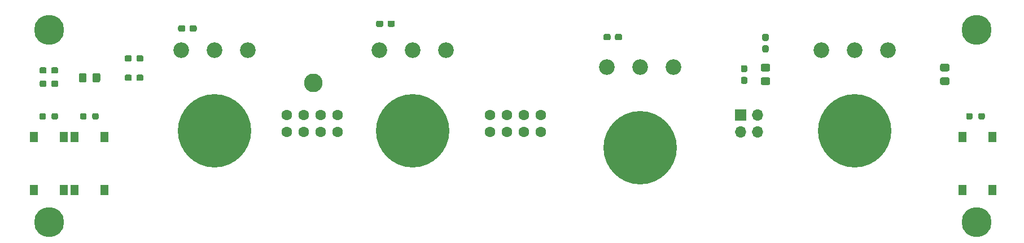
<source format=gbr>
%TF.GenerationSoftware,KiCad,Pcbnew,(5.1.12)-1*%
%TF.CreationDate,2022-02-09T09:57:39+03:00*%
%TF.ProjectId,Streamer_ADAU1701 front,53747265-616d-4657-925f-414441553137,rev?*%
%TF.SameCoordinates,Original*%
%TF.FileFunction,Soldermask,Top*%
%TF.FilePolarity,Negative*%
%FSLAX46Y46*%
G04 Gerber Fmt 4.6, Leading zero omitted, Abs format (unit mm)*
G04 Created by KiCad (PCBNEW (5.1.12)-1) date 2022-02-09 09:57:39*
%MOMM*%
%LPD*%
G01*
G04 APERTURE LIST*
%ADD10C,1.600000*%
%ADD11C,2.800000*%
%ADD12C,4.500000*%
%ADD13R,1.700000X1.700000*%
%ADD14O,1.700000X1.700000*%
%ADD15C,2.340000*%
%ADD16C,11.000000*%
%ADD17R,1.300000X1.550000*%
G04 APERTURE END LIST*
D10*
%TO.C,J2*%
X133000000Y-81300000D03*
X133000000Y-83840000D03*
X135540000Y-81300000D03*
X135540000Y-83840000D03*
X138080000Y-81300000D03*
X138080000Y-83840000D03*
X140620000Y-81300000D03*
X140620000Y-83840000D03*
%TD*%
%TO.C,J1*%
X102500000Y-81300000D03*
X102500000Y-83840000D03*
X105040000Y-81300000D03*
X105040000Y-83840000D03*
X107580000Y-81300000D03*
X107580000Y-83840000D03*
X110120000Y-81300000D03*
X110120000Y-83840000D03*
%TD*%
%TO.C,D1*%
G36*
G01*
X67172500Y-76837500D02*
X67172500Y-76362500D01*
G75*
G02*
X67410000Y-76125000I237500J0D01*
G01*
X67985000Y-76125000D01*
G75*
G02*
X68222500Y-76362500I0J-237500D01*
G01*
X68222500Y-76837500D01*
G75*
G02*
X67985000Y-77075000I-237500J0D01*
G01*
X67410000Y-77075000D01*
G75*
G02*
X67172500Y-76837500I0J237500D01*
G01*
G37*
G36*
G01*
X65422500Y-76837500D02*
X65422500Y-76362500D01*
G75*
G02*
X65660000Y-76125000I237500J0D01*
G01*
X66235000Y-76125000D01*
G75*
G02*
X66472500Y-76362500I0J-237500D01*
G01*
X66472500Y-76837500D01*
G75*
G02*
X66235000Y-77075000I-237500J0D01*
G01*
X65660000Y-77075000D01*
G75*
G02*
X65422500Y-76837500I0J237500D01*
G01*
G37*
%TD*%
%TO.C,D4*%
G36*
G01*
X66472500Y-74362500D02*
X66472500Y-74837500D01*
G75*
G02*
X66235000Y-75075000I-237500J0D01*
G01*
X65660000Y-75075000D01*
G75*
G02*
X65422500Y-74837500I0J237500D01*
G01*
X65422500Y-74362500D01*
G75*
G02*
X65660000Y-74125000I237500J0D01*
G01*
X66235000Y-74125000D01*
G75*
G02*
X66472500Y-74362500I0J-237500D01*
G01*
G37*
G36*
G01*
X68222500Y-74362500D02*
X68222500Y-74837500D01*
G75*
G02*
X67985000Y-75075000I-237500J0D01*
G01*
X67410000Y-75075000D01*
G75*
G02*
X67172500Y-74837500I0J237500D01*
G01*
X67172500Y-74362500D01*
G75*
G02*
X67410000Y-74125000I237500J0D01*
G01*
X67985000Y-74125000D01*
G75*
G02*
X68222500Y-74362500I0J-237500D01*
G01*
G37*
%TD*%
%TO.C,D2*%
G36*
G01*
X174750001Y-76800000D02*
X173849999Y-76800000D01*
G75*
G02*
X173600000Y-76550001I0J249999D01*
G01*
X173600000Y-75899999D01*
G75*
G02*
X173849999Y-75650000I249999J0D01*
G01*
X174750001Y-75650000D01*
G75*
G02*
X175000000Y-75899999I0J-249999D01*
G01*
X175000000Y-76550001D01*
G75*
G02*
X174750001Y-76800000I-249999J0D01*
G01*
G37*
G36*
G01*
X174750001Y-74750000D02*
X173849999Y-74750000D01*
G75*
G02*
X173600000Y-74500001I0J249999D01*
G01*
X173600000Y-73849999D01*
G75*
G02*
X173849999Y-73600000I249999J0D01*
G01*
X174750001Y-73600000D01*
G75*
G02*
X175000000Y-73849999I0J-249999D01*
G01*
X175000000Y-74500001D01*
G75*
G02*
X174750001Y-74750000I-249999J0D01*
G01*
G37*
%TD*%
D11*
%TO.C,REF\u002A\u002A*%
X106500000Y-76500000D03*
%TD*%
%TO.C,C4*%
G36*
G01*
X86200000Y-68537500D02*
X86200000Y-68062500D01*
G75*
G02*
X86437500Y-67825000I237500J0D01*
G01*
X87037500Y-67825000D01*
G75*
G02*
X87275000Y-68062500I0J-237500D01*
G01*
X87275000Y-68537500D01*
G75*
G02*
X87037500Y-68775000I-237500J0D01*
G01*
X86437500Y-68775000D01*
G75*
G02*
X86200000Y-68537500I0J237500D01*
G01*
G37*
G36*
G01*
X87925000Y-68537500D02*
X87925000Y-68062500D01*
G75*
G02*
X88162500Y-67825000I237500J0D01*
G01*
X88762500Y-67825000D01*
G75*
G02*
X89000000Y-68062500I0J-237500D01*
G01*
X89000000Y-68537500D01*
G75*
G02*
X88762500Y-68775000I-237500J0D01*
G01*
X88162500Y-68775000D01*
G75*
G02*
X87925000Y-68537500I0J237500D01*
G01*
G37*
%TD*%
D12*
%TO.C,REF\u002A\u002A*%
X66900000Y-97400000D03*
%TD*%
%TO.C,REF\u002A\u002A*%
X66900000Y-68500000D03*
%TD*%
%TO.C,REF\u002A\u002A*%
X206000000Y-68500000D03*
%TD*%
%TO.C,REF\u002A\u002A*%
X206000000Y-97400000D03*
%TD*%
%TO.C,C1*%
G36*
G01*
X174537500Y-70175000D02*
X174062500Y-70175000D01*
G75*
G02*
X173825000Y-69937500I0J237500D01*
G01*
X173825000Y-69337500D01*
G75*
G02*
X174062500Y-69100000I237500J0D01*
G01*
X174537500Y-69100000D01*
G75*
G02*
X174775000Y-69337500I0J-237500D01*
G01*
X174775000Y-69937500D01*
G75*
G02*
X174537500Y-70175000I-237500J0D01*
G01*
G37*
G36*
G01*
X174537500Y-71900000D02*
X174062500Y-71900000D01*
G75*
G02*
X173825000Y-71662500I0J237500D01*
G01*
X173825000Y-71062500D01*
G75*
G02*
X174062500Y-70825000I237500J0D01*
G01*
X174537500Y-70825000D01*
G75*
G02*
X174775000Y-71062500I0J-237500D01*
G01*
X174775000Y-71662500D01*
G75*
G02*
X174537500Y-71900000I-237500J0D01*
G01*
G37*
%TD*%
%TO.C,C2*%
G36*
G01*
X150000000Y-69837500D02*
X150000000Y-69362500D01*
G75*
G02*
X150237500Y-69125000I237500J0D01*
G01*
X150837500Y-69125000D01*
G75*
G02*
X151075000Y-69362500I0J-237500D01*
G01*
X151075000Y-69837500D01*
G75*
G02*
X150837500Y-70075000I-237500J0D01*
G01*
X150237500Y-70075000D01*
G75*
G02*
X150000000Y-69837500I0J237500D01*
G01*
G37*
G36*
G01*
X151725000Y-69837500D02*
X151725000Y-69362500D01*
G75*
G02*
X151962500Y-69125000I237500J0D01*
G01*
X152562500Y-69125000D01*
G75*
G02*
X152800000Y-69362500I0J-237500D01*
G01*
X152800000Y-69837500D01*
G75*
G02*
X152562500Y-70075000I-237500J0D01*
G01*
X151962500Y-70075000D01*
G75*
G02*
X151725000Y-69837500I0J237500D01*
G01*
G37*
%TD*%
%TO.C,C3*%
G36*
G01*
X117625000Y-67837500D02*
X117625000Y-67362500D01*
G75*
G02*
X117862500Y-67125000I237500J0D01*
G01*
X118462500Y-67125000D01*
G75*
G02*
X118700000Y-67362500I0J-237500D01*
G01*
X118700000Y-67837500D01*
G75*
G02*
X118462500Y-68075000I-237500J0D01*
G01*
X117862500Y-68075000D01*
G75*
G02*
X117625000Y-67837500I0J237500D01*
G01*
G37*
G36*
G01*
X115900000Y-67837500D02*
X115900000Y-67362500D01*
G75*
G02*
X116137500Y-67125000I237500J0D01*
G01*
X116737500Y-67125000D01*
G75*
G02*
X116975000Y-67362500I0J-237500D01*
G01*
X116975000Y-67837500D01*
G75*
G02*
X116737500Y-68075000I-237500J0D01*
G01*
X116137500Y-68075000D01*
G75*
G02*
X115900000Y-67837500I0J237500D01*
G01*
G37*
%TD*%
%TO.C,R7*%
G36*
G01*
X204400000Y-81737500D02*
X204400000Y-81262500D01*
G75*
G02*
X204637500Y-81025000I237500J0D01*
G01*
X205137500Y-81025000D01*
G75*
G02*
X205375000Y-81262500I0J-237500D01*
G01*
X205375000Y-81737500D01*
G75*
G02*
X205137500Y-81975000I-237500J0D01*
G01*
X204637500Y-81975000D01*
G75*
G02*
X204400000Y-81737500I0J237500D01*
G01*
G37*
G36*
G01*
X206225000Y-81737500D02*
X206225000Y-81262500D01*
G75*
G02*
X206462500Y-81025000I237500J0D01*
G01*
X206962500Y-81025000D01*
G75*
G02*
X207200000Y-81262500I0J-237500D01*
G01*
X207200000Y-81737500D01*
G75*
G02*
X206962500Y-81975000I-237500J0D01*
G01*
X206462500Y-81975000D01*
G75*
G02*
X206225000Y-81737500I0J237500D01*
G01*
G37*
%TD*%
%TO.C,R8*%
G36*
G01*
X72475000Y-81262500D02*
X72475000Y-81737500D01*
G75*
G02*
X72237500Y-81975000I-237500J0D01*
G01*
X71737500Y-81975000D01*
G75*
G02*
X71500000Y-81737500I0J237500D01*
G01*
X71500000Y-81262500D01*
G75*
G02*
X71737500Y-81025000I237500J0D01*
G01*
X72237500Y-81025000D01*
G75*
G02*
X72475000Y-81262500I0J-237500D01*
G01*
G37*
G36*
G01*
X74300000Y-81262500D02*
X74300000Y-81737500D01*
G75*
G02*
X74062500Y-81975000I-237500J0D01*
G01*
X73562500Y-81975000D01*
G75*
G02*
X73325000Y-81737500I0J237500D01*
G01*
X73325000Y-81262500D01*
G75*
G02*
X73562500Y-81025000I237500J0D01*
G01*
X74062500Y-81025000D01*
G75*
G02*
X74300000Y-81262500I0J-237500D01*
G01*
G37*
%TD*%
%TO.C,R9*%
G36*
G01*
X65400000Y-81737500D02*
X65400000Y-81262500D01*
G75*
G02*
X65637500Y-81025000I237500J0D01*
G01*
X66137500Y-81025000D01*
G75*
G02*
X66375000Y-81262500I0J-237500D01*
G01*
X66375000Y-81737500D01*
G75*
G02*
X66137500Y-81975000I-237500J0D01*
G01*
X65637500Y-81975000D01*
G75*
G02*
X65400000Y-81737500I0J237500D01*
G01*
G37*
G36*
G01*
X67225000Y-81737500D02*
X67225000Y-81262500D01*
G75*
G02*
X67462500Y-81025000I237500J0D01*
G01*
X67962500Y-81025000D01*
G75*
G02*
X68200000Y-81262500I0J-237500D01*
G01*
X68200000Y-81737500D01*
G75*
G02*
X67962500Y-81975000I-237500J0D01*
G01*
X67462500Y-81975000D01*
G75*
G02*
X67225000Y-81737500I0J237500D01*
G01*
G37*
%TD*%
%TO.C,D3*%
G36*
G01*
X73372500Y-76150001D02*
X73372500Y-75249999D01*
G75*
G02*
X73622499Y-75000000I249999J0D01*
G01*
X74272501Y-75000000D01*
G75*
G02*
X74522500Y-75249999I0J-249999D01*
G01*
X74522500Y-76150001D01*
G75*
G02*
X74272501Y-76400000I-249999J0D01*
G01*
X73622499Y-76400000D01*
G75*
G02*
X73372500Y-76150001I0J249999D01*
G01*
G37*
G36*
G01*
X71322500Y-76150001D02*
X71322500Y-75249999D01*
G75*
G02*
X71572499Y-75000000I249999J0D01*
G01*
X72222501Y-75000000D01*
G75*
G02*
X72472500Y-75249999I0J-249999D01*
G01*
X72472500Y-76150001D01*
G75*
G02*
X72222501Y-76400000I-249999J0D01*
G01*
X71572499Y-76400000D01*
G75*
G02*
X71322500Y-76150001I0J249999D01*
G01*
G37*
%TD*%
%TO.C,R5*%
G36*
G01*
X170862500Y-73822500D02*
X171337500Y-73822500D01*
G75*
G02*
X171575000Y-74060000I0J-237500D01*
G01*
X171575000Y-74635000D01*
G75*
G02*
X171337500Y-74872500I-237500J0D01*
G01*
X170862500Y-74872500D01*
G75*
G02*
X170625000Y-74635000I0J237500D01*
G01*
X170625000Y-74060000D01*
G75*
G02*
X170862500Y-73822500I237500J0D01*
G01*
G37*
G36*
G01*
X170862500Y-75572500D02*
X171337500Y-75572500D01*
G75*
G02*
X171575000Y-75810000I0J-237500D01*
G01*
X171575000Y-76385000D01*
G75*
G02*
X171337500Y-76622500I-237500J0D01*
G01*
X170862500Y-76622500D01*
G75*
G02*
X170625000Y-76385000I0J237500D01*
G01*
X170625000Y-75810000D01*
G75*
G02*
X170862500Y-75572500I237500J0D01*
G01*
G37*
%TD*%
%TO.C,R6*%
G36*
G01*
X79950000Y-75937500D02*
X79950000Y-75462500D01*
G75*
G02*
X80187500Y-75225000I237500J0D01*
G01*
X80762500Y-75225000D01*
G75*
G02*
X81000000Y-75462500I0J-237500D01*
G01*
X81000000Y-75937500D01*
G75*
G02*
X80762500Y-76175000I-237500J0D01*
G01*
X80187500Y-76175000D01*
G75*
G02*
X79950000Y-75937500I0J237500D01*
G01*
G37*
G36*
G01*
X78200000Y-75937500D02*
X78200000Y-75462500D01*
G75*
G02*
X78437500Y-75225000I237500J0D01*
G01*
X79012500Y-75225000D01*
G75*
G02*
X79250000Y-75462500I0J-237500D01*
G01*
X79250000Y-75937500D01*
G75*
G02*
X79012500Y-76175000I-237500J0D01*
G01*
X78437500Y-76175000D01*
G75*
G02*
X78200000Y-75937500I0J237500D01*
G01*
G37*
%TD*%
D13*
%TO.C,J3*%
X170600000Y-81300000D03*
D14*
X170600000Y-83840000D03*
X173140000Y-81300000D03*
X173140000Y-83840000D03*
%TD*%
D15*
%TO.C,R1*%
X182700000Y-71600000D03*
X187700000Y-71600000D03*
X192700000Y-71600000D03*
D16*
X187700000Y-83700000D03*
%TD*%
%TO.C,R2*%
X155533332Y-86200000D03*
D15*
X160533332Y-74100000D03*
X155533332Y-74100000D03*
X150533332Y-74100000D03*
%TD*%
D16*
%TO.C,R3*%
X91700000Y-83700000D03*
D15*
X96700000Y-71600000D03*
X91700000Y-71600000D03*
X86700000Y-71600000D03*
%TD*%
%TO.C,R4*%
X116366666Y-71600000D03*
X121366666Y-71600000D03*
X126366666Y-71600000D03*
D16*
X121366666Y-83700000D03*
%TD*%
%TO.C,R10*%
G36*
G01*
X78200000Y-73037500D02*
X78200000Y-72562500D01*
G75*
G02*
X78437500Y-72325000I237500J0D01*
G01*
X79012500Y-72325000D01*
G75*
G02*
X79250000Y-72562500I0J-237500D01*
G01*
X79250000Y-73037500D01*
G75*
G02*
X79012500Y-73275000I-237500J0D01*
G01*
X78437500Y-73275000D01*
G75*
G02*
X78200000Y-73037500I0J237500D01*
G01*
G37*
G36*
G01*
X79950000Y-73037500D02*
X79950000Y-72562500D01*
G75*
G02*
X80187500Y-72325000I237500J0D01*
G01*
X80762500Y-72325000D01*
G75*
G02*
X81000000Y-72562500I0J-237500D01*
G01*
X81000000Y-73037500D01*
G75*
G02*
X80762500Y-73275000I-237500J0D01*
G01*
X80187500Y-73275000D01*
G75*
G02*
X79950000Y-73037500I0J237500D01*
G01*
G37*
%TD*%
D17*
%TO.C,SW1*%
X203850000Y-84620000D03*
X208350000Y-84620000D03*
X208350000Y-92580000D03*
X203850000Y-92580000D03*
%TD*%
%TO.C,SW2*%
X70650000Y-92580000D03*
X75150000Y-92580000D03*
X75150000Y-84620000D03*
X70650000Y-84620000D03*
%TD*%
%TO.C,SW3*%
X69050000Y-92580000D03*
X64550000Y-92580000D03*
X64550000Y-84620000D03*
X69050000Y-84620000D03*
%TD*%
%TO.C,D5*%
G36*
G01*
X200749999Y-73600000D02*
X201650001Y-73600000D01*
G75*
G02*
X201900000Y-73849999I0J-249999D01*
G01*
X201900000Y-74500001D01*
G75*
G02*
X201650001Y-74750000I-249999J0D01*
G01*
X200749999Y-74750000D01*
G75*
G02*
X200500000Y-74500001I0J249999D01*
G01*
X200500000Y-73849999D01*
G75*
G02*
X200749999Y-73600000I249999J0D01*
G01*
G37*
G36*
G01*
X200749999Y-75650000D02*
X201650001Y-75650000D01*
G75*
G02*
X201900000Y-75899999I0J-249999D01*
G01*
X201900000Y-76550001D01*
G75*
G02*
X201650001Y-76800000I-249999J0D01*
G01*
X200749999Y-76800000D01*
G75*
G02*
X200500000Y-76550001I0J249999D01*
G01*
X200500000Y-75899999D01*
G75*
G02*
X200749999Y-75650000I249999J0D01*
G01*
G37*
%TD*%
M02*

</source>
